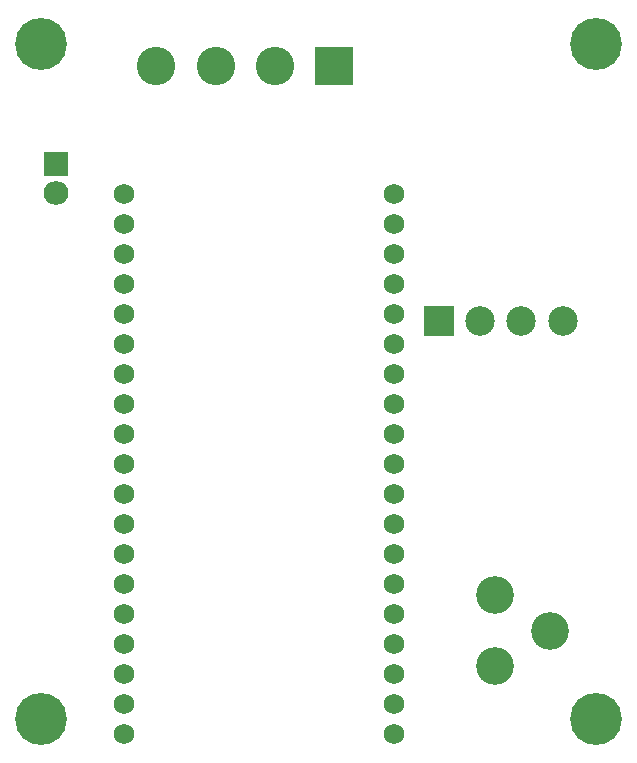
<source format=gbr>
G04 DipTrace 3.1.0.1*
G04 BottomMask.gbr*
%MOIN*%
G04 #@! TF.FileFunction,Soldermask,Bot*
G04 #@! TF.Part,Single*
%ADD52C,0.068*%
%ADD54C,0.098551*%
%ADD56R,0.098551X0.098551*%
%ADD58C,0.128*%
%ADD60R,0.128X0.128*%
%ADD62C,0.173*%
%ADD64O,0.082803X0.078866*%
%ADD66R,0.082803X0.078866*%
%ADD68C,0.12611*%
%FSLAX26Y26*%
G04*
G70*
G90*
G75*
G01*
G04 BotMask*
%LPD*%
D68*
X2031500Y931500D3*
Y695280D3*
X2216539Y813390D3*
D66*
X569000Y2369000D3*
D64*
Y2270575D3*
D62*
X519000Y519000D3*
Y2769000D3*
X2369000D3*
Y519000D3*
D60*
X1494000Y2694000D3*
D58*
X1297150D3*
X1100299D3*
X903449D3*
D56*
X1844000Y1844000D3*
D54*
X1981795D3*
X2119591D3*
X2257386D3*
D52*
X794000Y469000D3*
Y569000D3*
Y669000D3*
Y769000D3*
Y869000D3*
Y969000D3*
Y1069000D3*
Y1169000D3*
Y1269000D3*
Y1369000D3*
Y1469000D3*
Y1569000D3*
Y1669000D3*
Y1769000D3*
Y1869000D3*
Y1969000D3*
Y2069000D3*
Y2169000D3*
Y2269000D3*
X1694000Y469000D3*
Y569000D3*
Y669000D3*
Y769000D3*
Y869000D3*
Y969000D3*
Y1069000D3*
Y1169000D3*
Y1269000D3*
Y1369000D3*
Y1469000D3*
Y1569000D3*
Y1669000D3*
Y1769000D3*
Y1869000D3*
Y1969000D3*
Y2069000D3*
Y2169000D3*
Y2269000D3*
M02*

</source>
